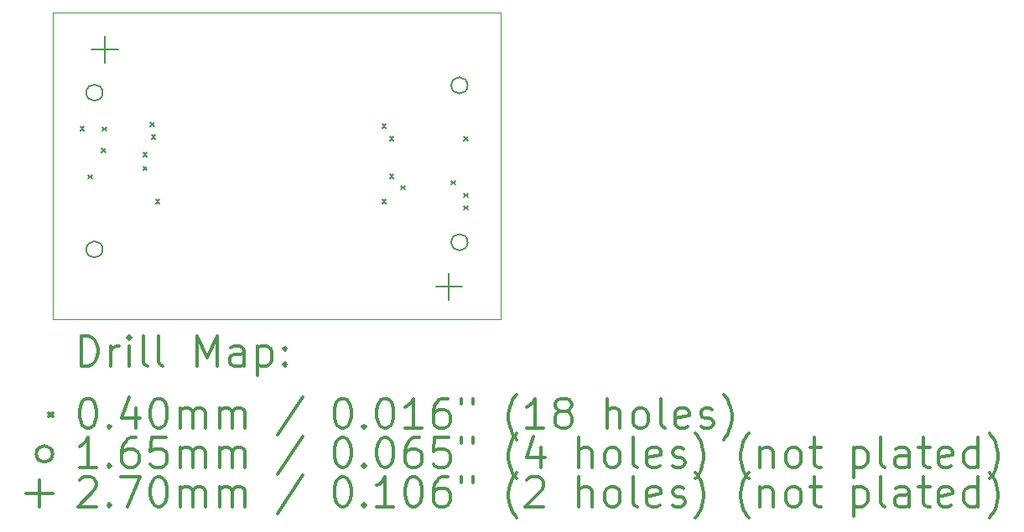
<source format=gbr>
%FSLAX45Y45*%
G04 Gerber Fmt 4.5, Leading zero omitted, Abs format (unit mm)*
G04 Created by KiCad (PCBNEW 5.1.5) date 2020-03-20 00:43:18*
%MOMM*%
%LPD*%
G04 APERTURE LIST*
%TA.AperFunction,Profile*%
%ADD10C,0.050000*%
%TD*%
%ADD11C,0.200000*%
%ADD12C,0.300000*%
G04 APERTURE END LIST*
D10*
X2880000Y-11300000D02*
X7400000Y-11300000D01*
X2880000Y-11300000D02*
X2880000Y-14400000D01*
X2880000Y-14400000D02*
X7400000Y-14400000D01*
X7400000Y-11300000D02*
X7400000Y-14400000D01*
D11*
X3155000Y-12448860D02*
X3195000Y-12488860D01*
X3195000Y-12448860D02*
X3155000Y-12488860D01*
X3233740Y-12937810D02*
X3273740Y-12977810D01*
X3273740Y-12937810D02*
X3233740Y-12977810D01*
X3369630Y-12669840D02*
X3409630Y-12709840D01*
X3409630Y-12669840D02*
X3369630Y-12709840D01*
X3377595Y-12455971D02*
X3417595Y-12495971D01*
X3417595Y-12455971D02*
X3377595Y-12495971D01*
X3790000Y-12853451D02*
X3830000Y-12893451D01*
X3830000Y-12853451D02*
X3790000Y-12893451D01*
X3790000Y-12715491D02*
X3830000Y-12755491D01*
X3830000Y-12715491D02*
X3790000Y-12755491D01*
X3864168Y-12409744D02*
X3904168Y-12449744D01*
X3904168Y-12409744D02*
X3864168Y-12449744D01*
X3875619Y-12534542D02*
X3915619Y-12574542D01*
X3915619Y-12534542D02*
X3875619Y-12574542D01*
X3917000Y-13185460D02*
X3957000Y-13225460D01*
X3957000Y-13185460D02*
X3917000Y-13225460D01*
X6203000Y-12426000D02*
X6243000Y-12466000D01*
X6243000Y-12426000D02*
X6203000Y-12466000D01*
X6203000Y-13188000D02*
X6243000Y-13228000D01*
X6243000Y-13188000D02*
X6203000Y-13228000D01*
X6280500Y-12553000D02*
X6320500Y-12593000D01*
X6320500Y-12553000D02*
X6280500Y-12593000D01*
X6280500Y-12934000D02*
X6320500Y-12974000D01*
X6320500Y-12934000D02*
X6280500Y-12974000D01*
X6393499Y-13046999D02*
X6433499Y-13086999D01*
X6433499Y-13046999D02*
X6393499Y-13086999D01*
X6901500Y-12997500D02*
X6941500Y-13037500D01*
X6941500Y-12997500D02*
X6901500Y-13037500D01*
X7028500Y-12553000D02*
X7068500Y-12593000D01*
X7068500Y-12553000D02*
X7028500Y-12593000D01*
X7028500Y-13124500D02*
X7068500Y-13164500D01*
X7068500Y-13124500D02*
X7028500Y-13164500D01*
X7028500Y-13251500D02*
X7068500Y-13291500D01*
X7068500Y-13251500D02*
X7028500Y-13291500D01*
X3382500Y-12107500D02*
G75*
G03X3382500Y-12107500I-82500J0D01*
G01*
X3382500Y-13692500D02*
G75*
G03X3382500Y-13692500I-82500J0D01*
G01*
X7067500Y-12034500D02*
G75*
G03X7067500Y-12034500I-82500J0D01*
G01*
X7067500Y-13619500D02*
G75*
G03X7067500Y-13619500I-82500J0D01*
G01*
X3407410Y-11535284D02*
X3407410Y-11805284D01*
X3272410Y-11670284D02*
X3542410Y-11670284D01*
X6880098Y-13931012D02*
X6880098Y-14201012D01*
X6745098Y-14066012D02*
X7015098Y-14066012D01*
D12*
X3163928Y-14868214D02*
X3163928Y-14568214D01*
X3235357Y-14568214D01*
X3278214Y-14582500D01*
X3306786Y-14611071D01*
X3321071Y-14639643D01*
X3335357Y-14696786D01*
X3335357Y-14739643D01*
X3321071Y-14796786D01*
X3306786Y-14825357D01*
X3278214Y-14853929D01*
X3235357Y-14868214D01*
X3163928Y-14868214D01*
X3463928Y-14868214D02*
X3463928Y-14668214D01*
X3463928Y-14725357D02*
X3478214Y-14696786D01*
X3492500Y-14682500D01*
X3521071Y-14668214D01*
X3549643Y-14668214D01*
X3649643Y-14868214D02*
X3649643Y-14668214D01*
X3649643Y-14568214D02*
X3635357Y-14582500D01*
X3649643Y-14596786D01*
X3663928Y-14582500D01*
X3649643Y-14568214D01*
X3649643Y-14596786D01*
X3835357Y-14868214D02*
X3806786Y-14853929D01*
X3792500Y-14825357D01*
X3792500Y-14568214D01*
X3992500Y-14868214D02*
X3963928Y-14853929D01*
X3949643Y-14825357D01*
X3949643Y-14568214D01*
X4335357Y-14868214D02*
X4335357Y-14568214D01*
X4435357Y-14782500D01*
X4535357Y-14568214D01*
X4535357Y-14868214D01*
X4806786Y-14868214D02*
X4806786Y-14711071D01*
X4792500Y-14682500D01*
X4763928Y-14668214D01*
X4706786Y-14668214D01*
X4678214Y-14682500D01*
X4806786Y-14853929D02*
X4778214Y-14868214D01*
X4706786Y-14868214D01*
X4678214Y-14853929D01*
X4663928Y-14825357D01*
X4663928Y-14796786D01*
X4678214Y-14768214D01*
X4706786Y-14753929D01*
X4778214Y-14753929D01*
X4806786Y-14739643D01*
X4949643Y-14668214D02*
X4949643Y-14968214D01*
X4949643Y-14682500D02*
X4978214Y-14668214D01*
X5035357Y-14668214D01*
X5063928Y-14682500D01*
X5078214Y-14696786D01*
X5092500Y-14725357D01*
X5092500Y-14811071D01*
X5078214Y-14839643D01*
X5063928Y-14853929D01*
X5035357Y-14868214D01*
X4978214Y-14868214D01*
X4949643Y-14853929D01*
X5221071Y-14839643D02*
X5235357Y-14853929D01*
X5221071Y-14868214D01*
X5206786Y-14853929D01*
X5221071Y-14839643D01*
X5221071Y-14868214D01*
X5221071Y-14682500D02*
X5235357Y-14696786D01*
X5221071Y-14711071D01*
X5206786Y-14696786D01*
X5221071Y-14682500D01*
X5221071Y-14711071D01*
X2837500Y-15342500D02*
X2877500Y-15382500D01*
X2877500Y-15342500D02*
X2837500Y-15382500D01*
X3221071Y-15198214D02*
X3249643Y-15198214D01*
X3278214Y-15212500D01*
X3292500Y-15226786D01*
X3306786Y-15255357D01*
X3321071Y-15312500D01*
X3321071Y-15383929D01*
X3306786Y-15441071D01*
X3292500Y-15469643D01*
X3278214Y-15483929D01*
X3249643Y-15498214D01*
X3221071Y-15498214D01*
X3192500Y-15483929D01*
X3178214Y-15469643D01*
X3163928Y-15441071D01*
X3149643Y-15383929D01*
X3149643Y-15312500D01*
X3163928Y-15255357D01*
X3178214Y-15226786D01*
X3192500Y-15212500D01*
X3221071Y-15198214D01*
X3449643Y-15469643D02*
X3463928Y-15483929D01*
X3449643Y-15498214D01*
X3435357Y-15483929D01*
X3449643Y-15469643D01*
X3449643Y-15498214D01*
X3721071Y-15298214D02*
X3721071Y-15498214D01*
X3649643Y-15183929D02*
X3578214Y-15398214D01*
X3763928Y-15398214D01*
X3935357Y-15198214D02*
X3963928Y-15198214D01*
X3992500Y-15212500D01*
X4006786Y-15226786D01*
X4021071Y-15255357D01*
X4035357Y-15312500D01*
X4035357Y-15383929D01*
X4021071Y-15441071D01*
X4006786Y-15469643D01*
X3992500Y-15483929D01*
X3963928Y-15498214D01*
X3935357Y-15498214D01*
X3906786Y-15483929D01*
X3892500Y-15469643D01*
X3878214Y-15441071D01*
X3863928Y-15383929D01*
X3863928Y-15312500D01*
X3878214Y-15255357D01*
X3892500Y-15226786D01*
X3906786Y-15212500D01*
X3935357Y-15198214D01*
X4163928Y-15498214D02*
X4163928Y-15298214D01*
X4163928Y-15326786D02*
X4178214Y-15312500D01*
X4206786Y-15298214D01*
X4249643Y-15298214D01*
X4278214Y-15312500D01*
X4292500Y-15341071D01*
X4292500Y-15498214D01*
X4292500Y-15341071D02*
X4306786Y-15312500D01*
X4335357Y-15298214D01*
X4378214Y-15298214D01*
X4406786Y-15312500D01*
X4421071Y-15341071D01*
X4421071Y-15498214D01*
X4563928Y-15498214D02*
X4563928Y-15298214D01*
X4563928Y-15326786D02*
X4578214Y-15312500D01*
X4606786Y-15298214D01*
X4649643Y-15298214D01*
X4678214Y-15312500D01*
X4692500Y-15341071D01*
X4692500Y-15498214D01*
X4692500Y-15341071D02*
X4706786Y-15312500D01*
X4735357Y-15298214D01*
X4778214Y-15298214D01*
X4806786Y-15312500D01*
X4821071Y-15341071D01*
X4821071Y-15498214D01*
X5406786Y-15183929D02*
X5149643Y-15569643D01*
X5792500Y-15198214D02*
X5821071Y-15198214D01*
X5849643Y-15212500D01*
X5863928Y-15226786D01*
X5878214Y-15255357D01*
X5892500Y-15312500D01*
X5892500Y-15383929D01*
X5878214Y-15441071D01*
X5863928Y-15469643D01*
X5849643Y-15483929D01*
X5821071Y-15498214D01*
X5792500Y-15498214D01*
X5763928Y-15483929D01*
X5749643Y-15469643D01*
X5735357Y-15441071D01*
X5721071Y-15383929D01*
X5721071Y-15312500D01*
X5735357Y-15255357D01*
X5749643Y-15226786D01*
X5763928Y-15212500D01*
X5792500Y-15198214D01*
X6021071Y-15469643D02*
X6035357Y-15483929D01*
X6021071Y-15498214D01*
X6006786Y-15483929D01*
X6021071Y-15469643D01*
X6021071Y-15498214D01*
X6221071Y-15198214D02*
X6249643Y-15198214D01*
X6278214Y-15212500D01*
X6292500Y-15226786D01*
X6306786Y-15255357D01*
X6321071Y-15312500D01*
X6321071Y-15383929D01*
X6306786Y-15441071D01*
X6292500Y-15469643D01*
X6278214Y-15483929D01*
X6249643Y-15498214D01*
X6221071Y-15498214D01*
X6192500Y-15483929D01*
X6178214Y-15469643D01*
X6163928Y-15441071D01*
X6149643Y-15383929D01*
X6149643Y-15312500D01*
X6163928Y-15255357D01*
X6178214Y-15226786D01*
X6192500Y-15212500D01*
X6221071Y-15198214D01*
X6606786Y-15498214D02*
X6435357Y-15498214D01*
X6521071Y-15498214D02*
X6521071Y-15198214D01*
X6492500Y-15241071D01*
X6463928Y-15269643D01*
X6435357Y-15283929D01*
X6863928Y-15198214D02*
X6806786Y-15198214D01*
X6778214Y-15212500D01*
X6763928Y-15226786D01*
X6735357Y-15269643D01*
X6721071Y-15326786D01*
X6721071Y-15441071D01*
X6735357Y-15469643D01*
X6749643Y-15483929D01*
X6778214Y-15498214D01*
X6835357Y-15498214D01*
X6863928Y-15483929D01*
X6878214Y-15469643D01*
X6892500Y-15441071D01*
X6892500Y-15369643D01*
X6878214Y-15341071D01*
X6863928Y-15326786D01*
X6835357Y-15312500D01*
X6778214Y-15312500D01*
X6749643Y-15326786D01*
X6735357Y-15341071D01*
X6721071Y-15369643D01*
X7006786Y-15198214D02*
X7006786Y-15255357D01*
X7121071Y-15198214D02*
X7121071Y-15255357D01*
X7563928Y-15612500D02*
X7549643Y-15598214D01*
X7521071Y-15555357D01*
X7506786Y-15526786D01*
X7492500Y-15483929D01*
X7478214Y-15412500D01*
X7478214Y-15355357D01*
X7492500Y-15283929D01*
X7506786Y-15241071D01*
X7521071Y-15212500D01*
X7549643Y-15169643D01*
X7563928Y-15155357D01*
X7835357Y-15498214D02*
X7663928Y-15498214D01*
X7749643Y-15498214D02*
X7749643Y-15198214D01*
X7721071Y-15241071D01*
X7692500Y-15269643D01*
X7663928Y-15283929D01*
X8006786Y-15326786D02*
X7978214Y-15312500D01*
X7963928Y-15298214D01*
X7949643Y-15269643D01*
X7949643Y-15255357D01*
X7963928Y-15226786D01*
X7978214Y-15212500D01*
X8006786Y-15198214D01*
X8063928Y-15198214D01*
X8092500Y-15212500D01*
X8106786Y-15226786D01*
X8121071Y-15255357D01*
X8121071Y-15269643D01*
X8106786Y-15298214D01*
X8092500Y-15312500D01*
X8063928Y-15326786D01*
X8006786Y-15326786D01*
X7978214Y-15341071D01*
X7963928Y-15355357D01*
X7949643Y-15383929D01*
X7949643Y-15441071D01*
X7963928Y-15469643D01*
X7978214Y-15483929D01*
X8006786Y-15498214D01*
X8063928Y-15498214D01*
X8092500Y-15483929D01*
X8106786Y-15469643D01*
X8121071Y-15441071D01*
X8121071Y-15383929D01*
X8106786Y-15355357D01*
X8092500Y-15341071D01*
X8063928Y-15326786D01*
X8478214Y-15498214D02*
X8478214Y-15198214D01*
X8606786Y-15498214D02*
X8606786Y-15341071D01*
X8592500Y-15312500D01*
X8563928Y-15298214D01*
X8521071Y-15298214D01*
X8492500Y-15312500D01*
X8478214Y-15326786D01*
X8792500Y-15498214D02*
X8763928Y-15483929D01*
X8749643Y-15469643D01*
X8735357Y-15441071D01*
X8735357Y-15355357D01*
X8749643Y-15326786D01*
X8763928Y-15312500D01*
X8792500Y-15298214D01*
X8835357Y-15298214D01*
X8863928Y-15312500D01*
X8878214Y-15326786D01*
X8892500Y-15355357D01*
X8892500Y-15441071D01*
X8878214Y-15469643D01*
X8863928Y-15483929D01*
X8835357Y-15498214D01*
X8792500Y-15498214D01*
X9063928Y-15498214D02*
X9035357Y-15483929D01*
X9021071Y-15455357D01*
X9021071Y-15198214D01*
X9292500Y-15483929D02*
X9263928Y-15498214D01*
X9206786Y-15498214D01*
X9178214Y-15483929D01*
X9163928Y-15455357D01*
X9163928Y-15341071D01*
X9178214Y-15312500D01*
X9206786Y-15298214D01*
X9263928Y-15298214D01*
X9292500Y-15312500D01*
X9306786Y-15341071D01*
X9306786Y-15369643D01*
X9163928Y-15398214D01*
X9421071Y-15483929D02*
X9449643Y-15498214D01*
X9506786Y-15498214D01*
X9535357Y-15483929D01*
X9549643Y-15455357D01*
X9549643Y-15441071D01*
X9535357Y-15412500D01*
X9506786Y-15398214D01*
X9463928Y-15398214D01*
X9435357Y-15383929D01*
X9421071Y-15355357D01*
X9421071Y-15341071D01*
X9435357Y-15312500D01*
X9463928Y-15298214D01*
X9506786Y-15298214D01*
X9535357Y-15312500D01*
X9649643Y-15612500D02*
X9663928Y-15598214D01*
X9692500Y-15555357D01*
X9706786Y-15526786D01*
X9721071Y-15483929D01*
X9735357Y-15412500D01*
X9735357Y-15355357D01*
X9721071Y-15283929D01*
X9706786Y-15241071D01*
X9692500Y-15212500D01*
X9663928Y-15169643D01*
X9649643Y-15155357D01*
X2877500Y-15758500D02*
G75*
G03X2877500Y-15758500I-82500J0D01*
G01*
X3321071Y-15894214D02*
X3149643Y-15894214D01*
X3235357Y-15894214D02*
X3235357Y-15594214D01*
X3206786Y-15637071D01*
X3178214Y-15665643D01*
X3149643Y-15679929D01*
X3449643Y-15865643D02*
X3463928Y-15879929D01*
X3449643Y-15894214D01*
X3435357Y-15879929D01*
X3449643Y-15865643D01*
X3449643Y-15894214D01*
X3721071Y-15594214D02*
X3663928Y-15594214D01*
X3635357Y-15608500D01*
X3621071Y-15622786D01*
X3592500Y-15665643D01*
X3578214Y-15722786D01*
X3578214Y-15837071D01*
X3592500Y-15865643D01*
X3606786Y-15879929D01*
X3635357Y-15894214D01*
X3692500Y-15894214D01*
X3721071Y-15879929D01*
X3735357Y-15865643D01*
X3749643Y-15837071D01*
X3749643Y-15765643D01*
X3735357Y-15737071D01*
X3721071Y-15722786D01*
X3692500Y-15708500D01*
X3635357Y-15708500D01*
X3606786Y-15722786D01*
X3592500Y-15737071D01*
X3578214Y-15765643D01*
X4021071Y-15594214D02*
X3878214Y-15594214D01*
X3863928Y-15737071D01*
X3878214Y-15722786D01*
X3906786Y-15708500D01*
X3978214Y-15708500D01*
X4006786Y-15722786D01*
X4021071Y-15737071D01*
X4035357Y-15765643D01*
X4035357Y-15837071D01*
X4021071Y-15865643D01*
X4006786Y-15879929D01*
X3978214Y-15894214D01*
X3906786Y-15894214D01*
X3878214Y-15879929D01*
X3863928Y-15865643D01*
X4163928Y-15894214D02*
X4163928Y-15694214D01*
X4163928Y-15722786D02*
X4178214Y-15708500D01*
X4206786Y-15694214D01*
X4249643Y-15694214D01*
X4278214Y-15708500D01*
X4292500Y-15737071D01*
X4292500Y-15894214D01*
X4292500Y-15737071D02*
X4306786Y-15708500D01*
X4335357Y-15694214D01*
X4378214Y-15694214D01*
X4406786Y-15708500D01*
X4421071Y-15737071D01*
X4421071Y-15894214D01*
X4563928Y-15894214D02*
X4563928Y-15694214D01*
X4563928Y-15722786D02*
X4578214Y-15708500D01*
X4606786Y-15694214D01*
X4649643Y-15694214D01*
X4678214Y-15708500D01*
X4692500Y-15737071D01*
X4692500Y-15894214D01*
X4692500Y-15737071D02*
X4706786Y-15708500D01*
X4735357Y-15694214D01*
X4778214Y-15694214D01*
X4806786Y-15708500D01*
X4821071Y-15737071D01*
X4821071Y-15894214D01*
X5406786Y-15579929D02*
X5149643Y-15965643D01*
X5792500Y-15594214D02*
X5821071Y-15594214D01*
X5849643Y-15608500D01*
X5863928Y-15622786D01*
X5878214Y-15651357D01*
X5892500Y-15708500D01*
X5892500Y-15779929D01*
X5878214Y-15837071D01*
X5863928Y-15865643D01*
X5849643Y-15879929D01*
X5821071Y-15894214D01*
X5792500Y-15894214D01*
X5763928Y-15879929D01*
X5749643Y-15865643D01*
X5735357Y-15837071D01*
X5721071Y-15779929D01*
X5721071Y-15708500D01*
X5735357Y-15651357D01*
X5749643Y-15622786D01*
X5763928Y-15608500D01*
X5792500Y-15594214D01*
X6021071Y-15865643D02*
X6035357Y-15879929D01*
X6021071Y-15894214D01*
X6006786Y-15879929D01*
X6021071Y-15865643D01*
X6021071Y-15894214D01*
X6221071Y-15594214D02*
X6249643Y-15594214D01*
X6278214Y-15608500D01*
X6292500Y-15622786D01*
X6306786Y-15651357D01*
X6321071Y-15708500D01*
X6321071Y-15779929D01*
X6306786Y-15837071D01*
X6292500Y-15865643D01*
X6278214Y-15879929D01*
X6249643Y-15894214D01*
X6221071Y-15894214D01*
X6192500Y-15879929D01*
X6178214Y-15865643D01*
X6163928Y-15837071D01*
X6149643Y-15779929D01*
X6149643Y-15708500D01*
X6163928Y-15651357D01*
X6178214Y-15622786D01*
X6192500Y-15608500D01*
X6221071Y-15594214D01*
X6578214Y-15594214D02*
X6521071Y-15594214D01*
X6492500Y-15608500D01*
X6478214Y-15622786D01*
X6449643Y-15665643D01*
X6435357Y-15722786D01*
X6435357Y-15837071D01*
X6449643Y-15865643D01*
X6463928Y-15879929D01*
X6492500Y-15894214D01*
X6549643Y-15894214D01*
X6578214Y-15879929D01*
X6592500Y-15865643D01*
X6606786Y-15837071D01*
X6606786Y-15765643D01*
X6592500Y-15737071D01*
X6578214Y-15722786D01*
X6549643Y-15708500D01*
X6492500Y-15708500D01*
X6463928Y-15722786D01*
X6449643Y-15737071D01*
X6435357Y-15765643D01*
X6878214Y-15594214D02*
X6735357Y-15594214D01*
X6721071Y-15737071D01*
X6735357Y-15722786D01*
X6763928Y-15708500D01*
X6835357Y-15708500D01*
X6863928Y-15722786D01*
X6878214Y-15737071D01*
X6892500Y-15765643D01*
X6892500Y-15837071D01*
X6878214Y-15865643D01*
X6863928Y-15879929D01*
X6835357Y-15894214D01*
X6763928Y-15894214D01*
X6735357Y-15879929D01*
X6721071Y-15865643D01*
X7006786Y-15594214D02*
X7006786Y-15651357D01*
X7121071Y-15594214D02*
X7121071Y-15651357D01*
X7563928Y-16008500D02*
X7549643Y-15994214D01*
X7521071Y-15951357D01*
X7506786Y-15922786D01*
X7492500Y-15879929D01*
X7478214Y-15808500D01*
X7478214Y-15751357D01*
X7492500Y-15679929D01*
X7506786Y-15637071D01*
X7521071Y-15608500D01*
X7549643Y-15565643D01*
X7563928Y-15551357D01*
X7806786Y-15694214D02*
X7806786Y-15894214D01*
X7735357Y-15579929D02*
X7663928Y-15794214D01*
X7849643Y-15794214D01*
X8192500Y-15894214D02*
X8192500Y-15594214D01*
X8321071Y-15894214D02*
X8321071Y-15737071D01*
X8306786Y-15708500D01*
X8278214Y-15694214D01*
X8235357Y-15694214D01*
X8206786Y-15708500D01*
X8192500Y-15722786D01*
X8506786Y-15894214D02*
X8478214Y-15879929D01*
X8463928Y-15865643D01*
X8449643Y-15837071D01*
X8449643Y-15751357D01*
X8463928Y-15722786D01*
X8478214Y-15708500D01*
X8506786Y-15694214D01*
X8549643Y-15694214D01*
X8578214Y-15708500D01*
X8592500Y-15722786D01*
X8606786Y-15751357D01*
X8606786Y-15837071D01*
X8592500Y-15865643D01*
X8578214Y-15879929D01*
X8549643Y-15894214D01*
X8506786Y-15894214D01*
X8778214Y-15894214D02*
X8749643Y-15879929D01*
X8735357Y-15851357D01*
X8735357Y-15594214D01*
X9006786Y-15879929D02*
X8978214Y-15894214D01*
X8921071Y-15894214D01*
X8892500Y-15879929D01*
X8878214Y-15851357D01*
X8878214Y-15737071D01*
X8892500Y-15708500D01*
X8921071Y-15694214D01*
X8978214Y-15694214D01*
X9006786Y-15708500D01*
X9021071Y-15737071D01*
X9021071Y-15765643D01*
X8878214Y-15794214D01*
X9135357Y-15879929D02*
X9163928Y-15894214D01*
X9221071Y-15894214D01*
X9249643Y-15879929D01*
X9263928Y-15851357D01*
X9263928Y-15837071D01*
X9249643Y-15808500D01*
X9221071Y-15794214D01*
X9178214Y-15794214D01*
X9149643Y-15779929D01*
X9135357Y-15751357D01*
X9135357Y-15737071D01*
X9149643Y-15708500D01*
X9178214Y-15694214D01*
X9221071Y-15694214D01*
X9249643Y-15708500D01*
X9363928Y-16008500D02*
X9378214Y-15994214D01*
X9406786Y-15951357D01*
X9421071Y-15922786D01*
X9435357Y-15879929D01*
X9449643Y-15808500D01*
X9449643Y-15751357D01*
X9435357Y-15679929D01*
X9421071Y-15637071D01*
X9406786Y-15608500D01*
X9378214Y-15565643D01*
X9363928Y-15551357D01*
X9906786Y-16008500D02*
X9892500Y-15994214D01*
X9863928Y-15951357D01*
X9849643Y-15922786D01*
X9835357Y-15879929D01*
X9821071Y-15808500D01*
X9821071Y-15751357D01*
X9835357Y-15679929D01*
X9849643Y-15637071D01*
X9863928Y-15608500D01*
X9892500Y-15565643D01*
X9906786Y-15551357D01*
X10021071Y-15694214D02*
X10021071Y-15894214D01*
X10021071Y-15722786D02*
X10035357Y-15708500D01*
X10063928Y-15694214D01*
X10106786Y-15694214D01*
X10135357Y-15708500D01*
X10149643Y-15737071D01*
X10149643Y-15894214D01*
X10335357Y-15894214D02*
X10306786Y-15879929D01*
X10292500Y-15865643D01*
X10278214Y-15837071D01*
X10278214Y-15751357D01*
X10292500Y-15722786D01*
X10306786Y-15708500D01*
X10335357Y-15694214D01*
X10378214Y-15694214D01*
X10406786Y-15708500D01*
X10421071Y-15722786D01*
X10435357Y-15751357D01*
X10435357Y-15837071D01*
X10421071Y-15865643D01*
X10406786Y-15879929D01*
X10378214Y-15894214D01*
X10335357Y-15894214D01*
X10521071Y-15694214D02*
X10635357Y-15694214D01*
X10563928Y-15594214D02*
X10563928Y-15851357D01*
X10578214Y-15879929D01*
X10606786Y-15894214D01*
X10635357Y-15894214D01*
X10963928Y-15694214D02*
X10963928Y-15994214D01*
X10963928Y-15708500D02*
X10992500Y-15694214D01*
X11049643Y-15694214D01*
X11078214Y-15708500D01*
X11092500Y-15722786D01*
X11106786Y-15751357D01*
X11106786Y-15837071D01*
X11092500Y-15865643D01*
X11078214Y-15879929D01*
X11049643Y-15894214D01*
X10992500Y-15894214D01*
X10963928Y-15879929D01*
X11278214Y-15894214D02*
X11249643Y-15879929D01*
X11235357Y-15851357D01*
X11235357Y-15594214D01*
X11521071Y-15894214D02*
X11521071Y-15737071D01*
X11506786Y-15708500D01*
X11478214Y-15694214D01*
X11421071Y-15694214D01*
X11392500Y-15708500D01*
X11521071Y-15879929D02*
X11492500Y-15894214D01*
X11421071Y-15894214D01*
X11392500Y-15879929D01*
X11378214Y-15851357D01*
X11378214Y-15822786D01*
X11392500Y-15794214D01*
X11421071Y-15779929D01*
X11492500Y-15779929D01*
X11521071Y-15765643D01*
X11621071Y-15694214D02*
X11735357Y-15694214D01*
X11663928Y-15594214D02*
X11663928Y-15851357D01*
X11678214Y-15879929D01*
X11706786Y-15894214D01*
X11735357Y-15894214D01*
X11949643Y-15879929D02*
X11921071Y-15894214D01*
X11863928Y-15894214D01*
X11835357Y-15879929D01*
X11821071Y-15851357D01*
X11821071Y-15737071D01*
X11835357Y-15708500D01*
X11863928Y-15694214D01*
X11921071Y-15694214D01*
X11949643Y-15708500D01*
X11963928Y-15737071D01*
X11963928Y-15765643D01*
X11821071Y-15794214D01*
X12221071Y-15894214D02*
X12221071Y-15594214D01*
X12221071Y-15879929D02*
X12192500Y-15894214D01*
X12135357Y-15894214D01*
X12106786Y-15879929D01*
X12092500Y-15865643D01*
X12078214Y-15837071D01*
X12078214Y-15751357D01*
X12092500Y-15722786D01*
X12106786Y-15708500D01*
X12135357Y-15694214D01*
X12192500Y-15694214D01*
X12221071Y-15708500D01*
X12335357Y-16008500D02*
X12349643Y-15994214D01*
X12378214Y-15951357D01*
X12392500Y-15922786D01*
X12406786Y-15879929D01*
X12421071Y-15808500D01*
X12421071Y-15751357D01*
X12406786Y-15679929D01*
X12392500Y-15637071D01*
X12378214Y-15608500D01*
X12349643Y-15565643D01*
X12335357Y-15551357D01*
X2742500Y-16019500D02*
X2742500Y-16289500D01*
X2607500Y-16154500D02*
X2877500Y-16154500D01*
X3149643Y-16018786D02*
X3163928Y-16004500D01*
X3192500Y-15990214D01*
X3263928Y-15990214D01*
X3292500Y-16004500D01*
X3306786Y-16018786D01*
X3321071Y-16047357D01*
X3321071Y-16075929D01*
X3306786Y-16118786D01*
X3135357Y-16290214D01*
X3321071Y-16290214D01*
X3449643Y-16261643D02*
X3463928Y-16275929D01*
X3449643Y-16290214D01*
X3435357Y-16275929D01*
X3449643Y-16261643D01*
X3449643Y-16290214D01*
X3563928Y-15990214D02*
X3763928Y-15990214D01*
X3635357Y-16290214D01*
X3935357Y-15990214D02*
X3963928Y-15990214D01*
X3992500Y-16004500D01*
X4006786Y-16018786D01*
X4021071Y-16047357D01*
X4035357Y-16104500D01*
X4035357Y-16175929D01*
X4021071Y-16233071D01*
X4006786Y-16261643D01*
X3992500Y-16275929D01*
X3963928Y-16290214D01*
X3935357Y-16290214D01*
X3906786Y-16275929D01*
X3892500Y-16261643D01*
X3878214Y-16233071D01*
X3863928Y-16175929D01*
X3863928Y-16104500D01*
X3878214Y-16047357D01*
X3892500Y-16018786D01*
X3906786Y-16004500D01*
X3935357Y-15990214D01*
X4163928Y-16290214D02*
X4163928Y-16090214D01*
X4163928Y-16118786D02*
X4178214Y-16104500D01*
X4206786Y-16090214D01*
X4249643Y-16090214D01*
X4278214Y-16104500D01*
X4292500Y-16133071D01*
X4292500Y-16290214D01*
X4292500Y-16133071D02*
X4306786Y-16104500D01*
X4335357Y-16090214D01*
X4378214Y-16090214D01*
X4406786Y-16104500D01*
X4421071Y-16133071D01*
X4421071Y-16290214D01*
X4563928Y-16290214D02*
X4563928Y-16090214D01*
X4563928Y-16118786D02*
X4578214Y-16104500D01*
X4606786Y-16090214D01*
X4649643Y-16090214D01*
X4678214Y-16104500D01*
X4692500Y-16133071D01*
X4692500Y-16290214D01*
X4692500Y-16133071D02*
X4706786Y-16104500D01*
X4735357Y-16090214D01*
X4778214Y-16090214D01*
X4806786Y-16104500D01*
X4821071Y-16133071D01*
X4821071Y-16290214D01*
X5406786Y-15975929D02*
X5149643Y-16361643D01*
X5792500Y-15990214D02*
X5821071Y-15990214D01*
X5849643Y-16004500D01*
X5863928Y-16018786D01*
X5878214Y-16047357D01*
X5892500Y-16104500D01*
X5892500Y-16175929D01*
X5878214Y-16233071D01*
X5863928Y-16261643D01*
X5849643Y-16275929D01*
X5821071Y-16290214D01*
X5792500Y-16290214D01*
X5763928Y-16275929D01*
X5749643Y-16261643D01*
X5735357Y-16233071D01*
X5721071Y-16175929D01*
X5721071Y-16104500D01*
X5735357Y-16047357D01*
X5749643Y-16018786D01*
X5763928Y-16004500D01*
X5792500Y-15990214D01*
X6021071Y-16261643D02*
X6035357Y-16275929D01*
X6021071Y-16290214D01*
X6006786Y-16275929D01*
X6021071Y-16261643D01*
X6021071Y-16290214D01*
X6321071Y-16290214D02*
X6149643Y-16290214D01*
X6235357Y-16290214D02*
X6235357Y-15990214D01*
X6206786Y-16033071D01*
X6178214Y-16061643D01*
X6149643Y-16075929D01*
X6506786Y-15990214D02*
X6535357Y-15990214D01*
X6563928Y-16004500D01*
X6578214Y-16018786D01*
X6592500Y-16047357D01*
X6606786Y-16104500D01*
X6606786Y-16175929D01*
X6592500Y-16233071D01*
X6578214Y-16261643D01*
X6563928Y-16275929D01*
X6535357Y-16290214D01*
X6506786Y-16290214D01*
X6478214Y-16275929D01*
X6463928Y-16261643D01*
X6449643Y-16233071D01*
X6435357Y-16175929D01*
X6435357Y-16104500D01*
X6449643Y-16047357D01*
X6463928Y-16018786D01*
X6478214Y-16004500D01*
X6506786Y-15990214D01*
X6863928Y-15990214D02*
X6806786Y-15990214D01*
X6778214Y-16004500D01*
X6763928Y-16018786D01*
X6735357Y-16061643D01*
X6721071Y-16118786D01*
X6721071Y-16233071D01*
X6735357Y-16261643D01*
X6749643Y-16275929D01*
X6778214Y-16290214D01*
X6835357Y-16290214D01*
X6863928Y-16275929D01*
X6878214Y-16261643D01*
X6892500Y-16233071D01*
X6892500Y-16161643D01*
X6878214Y-16133071D01*
X6863928Y-16118786D01*
X6835357Y-16104500D01*
X6778214Y-16104500D01*
X6749643Y-16118786D01*
X6735357Y-16133071D01*
X6721071Y-16161643D01*
X7006786Y-15990214D02*
X7006786Y-16047357D01*
X7121071Y-15990214D02*
X7121071Y-16047357D01*
X7563928Y-16404500D02*
X7549643Y-16390214D01*
X7521071Y-16347357D01*
X7506786Y-16318786D01*
X7492500Y-16275929D01*
X7478214Y-16204500D01*
X7478214Y-16147357D01*
X7492500Y-16075929D01*
X7506786Y-16033071D01*
X7521071Y-16004500D01*
X7549643Y-15961643D01*
X7563928Y-15947357D01*
X7663928Y-16018786D02*
X7678214Y-16004500D01*
X7706786Y-15990214D01*
X7778214Y-15990214D01*
X7806786Y-16004500D01*
X7821071Y-16018786D01*
X7835357Y-16047357D01*
X7835357Y-16075929D01*
X7821071Y-16118786D01*
X7649643Y-16290214D01*
X7835357Y-16290214D01*
X8192500Y-16290214D02*
X8192500Y-15990214D01*
X8321071Y-16290214D02*
X8321071Y-16133071D01*
X8306786Y-16104500D01*
X8278214Y-16090214D01*
X8235357Y-16090214D01*
X8206786Y-16104500D01*
X8192500Y-16118786D01*
X8506786Y-16290214D02*
X8478214Y-16275929D01*
X8463928Y-16261643D01*
X8449643Y-16233071D01*
X8449643Y-16147357D01*
X8463928Y-16118786D01*
X8478214Y-16104500D01*
X8506786Y-16090214D01*
X8549643Y-16090214D01*
X8578214Y-16104500D01*
X8592500Y-16118786D01*
X8606786Y-16147357D01*
X8606786Y-16233071D01*
X8592500Y-16261643D01*
X8578214Y-16275929D01*
X8549643Y-16290214D01*
X8506786Y-16290214D01*
X8778214Y-16290214D02*
X8749643Y-16275929D01*
X8735357Y-16247357D01*
X8735357Y-15990214D01*
X9006786Y-16275929D02*
X8978214Y-16290214D01*
X8921071Y-16290214D01*
X8892500Y-16275929D01*
X8878214Y-16247357D01*
X8878214Y-16133071D01*
X8892500Y-16104500D01*
X8921071Y-16090214D01*
X8978214Y-16090214D01*
X9006786Y-16104500D01*
X9021071Y-16133071D01*
X9021071Y-16161643D01*
X8878214Y-16190214D01*
X9135357Y-16275929D02*
X9163928Y-16290214D01*
X9221071Y-16290214D01*
X9249643Y-16275929D01*
X9263928Y-16247357D01*
X9263928Y-16233071D01*
X9249643Y-16204500D01*
X9221071Y-16190214D01*
X9178214Y-16190214D01*
X9149643Y-16175929D01*
X9135357Y-16147357D01*
X9135357Y-16133071D01*
X9149643Y-16104500D01*
X9178214Y-16090214D01*
X9221071Y-16090214D01*
X9249643Y-16104500D01*
X9363928Y-16404500D02*
X9378214Y-16390214D01*
X9406786Y-16347357D01*
X9421071Y-16318786D01*
X9435357Y-16275929D01*
X9449643Y-16204500D01*
X9449643Y-16147357D01*
X9435357Y-16075929D01*
X9421071Y-16033071D01*
X9406786Y-16004500D01*
X9378214Y-15961643D01*
X9363928Y-15947357D01*
X9906786Y-16404500D02*
X9892500Y-16390214D01*
X9863928Y-16347357D01*
X9849643Y-16318786D01*
X9835357Y-16275929D01*
X9821071Y-16204500D01*
X9821071Y-16147357D01*
X9835357Y-16075929D01*
X9849643Y-16033071D01*
X9863928Y-16004500D01*
X9892500Y-15961643D01*
X9906786Y-15947357D01*
X10021071Y-16090214D02*
X10021071Y-16290214D01*
X10021071Y-16118786D02*
X10035357Y-16104500D01*
X10063928Y-16090214D01*
X10106786Y-16090214D01*
X10135357Y-16104500D01*
X10149643Y-16133071D01*
X10149643Y-16290214D01*
X10335357Y-16290214D02*
X10306786Y-16275929D01*
X10292500Y-16261643D01*
X10278214Y-16233071D01*
X10278214Y-16147357D01*
X10292500Y-16118786D01*
X10306786Y-16104500D01*
X10335357Y-16090214D01*
X10378214Y-16090214D01*
X10406786Y-16104500D01*
X10421071Y-16118786D01*
X10435357Y-16147357D01*
X10435357Y-16233071D01*
X10421071Y-16261643D01*
X10406786Y-16275929D01*
X10378214Y-16290214D01*
X10335357Y-16290214D01*
X10521071Y-16090214D02*
X10635357Y-16090214D01*
X10563928Y-15990214D02*
X10563928Y-16247357D01*
X10578214Y-16275929D01*
X10606786Y-16290214D01*
X10635357Y-16290214D01*
X10963928Y-16090214D02*
X10963928Y-16390214D01*
X10963928Y-16104500D02*
X10992500Y-16090214D01*
X11049643Y-16090214D01*
X11078214Y-16104500D01*
X11092500Y-16118786D01*
X11106786Y-16147357D01*
X11106786Y-16233071D01*
X11092500Y-16261643D01*
X11078214Y-16275929D01*
X11049643Y-16290214D01*
X10992500Y-16290214D01*
X10963928Y-16275929D01*
X11278214Y-16290214D02*
X11249643Y-16275929D01*
X11235357Y-16247357D01*
X11235357Y-15990214D01*
X11521071Y-16290214D02*
X11521071Y-16133071D01*
X11506786Y-16104500D01*
X11478214Y-16090214D01*
X11421071Y-16090214D01*
X11392500Y-16104500D01*
X11521071Y-16275929D02*
X11492500Y-16290214D01*
X11421071Y-16290214D01*
X11392500Y-16275929D01*
X11378214Y-16247357D01*
X11378214Y-16218786D01*
X11392500Y-16190214D01*
X11421071Y-16175929D01*
X11492500Y-16175929D01*
X11521071Y-16161643D01*
X11621071Y-16090214D02*
X11735357Y-16090214D01*
X11663928Y-15990214D02*
X11663928Y-16247357D01*
X11678214Y-16275929D01*
X11706786Y-16290214D01*
X11735357Y-16290214D01*
X11949643Y-16275929D02*
X11921071Y-16290214D01*
X11863928Y-16290214D01*
X11835357Y-16275929D01*
X11821071Y-16247357D01*
X11821071Y-16133071D01*
X11835357Y-16104500D01*
X11863928Y-16090214D01*
X11921071Y-16090214D01*
X11949643Y-16104500D01*
X11963928Y-16133071D01*
X11963928Y-16161643D01*
X11821071Y-16190214D01*
X12221071Y-16290214D02*
X12221071Y-15990214D01*
X12221071Y-16275929D02*
X12192500Y-16290214D01*
X12135357Y-16290214D01*
X12106786Y-16275929D01*
X12092500Y-16261643D01*
X12078214Y-16233071D01*
X12078214Y-16147357D01*
X12092500Y-16118786D01*
X12106786Y-16104500D01*
X12135357Y-16090214D01*
X12192500Y-16090214D01*
X12221071Y-16104500D01*
X12335357Y-16404500D02*
X12349643Y-16390214D01*
X12378214Y-16347357D01*
X12392500Y-16318786D01*
X12406786Y-16275929D01*
X12421071Y-16204500D01*
X12421071Y-16147357D01*
X12406786Y-16075929D01*
X12392500Y-16033071D01*
X12378214Y-16004500D01*
X12349643Y-15961643D01*
X12335357Y-15947357D01*
M02*

</source>
